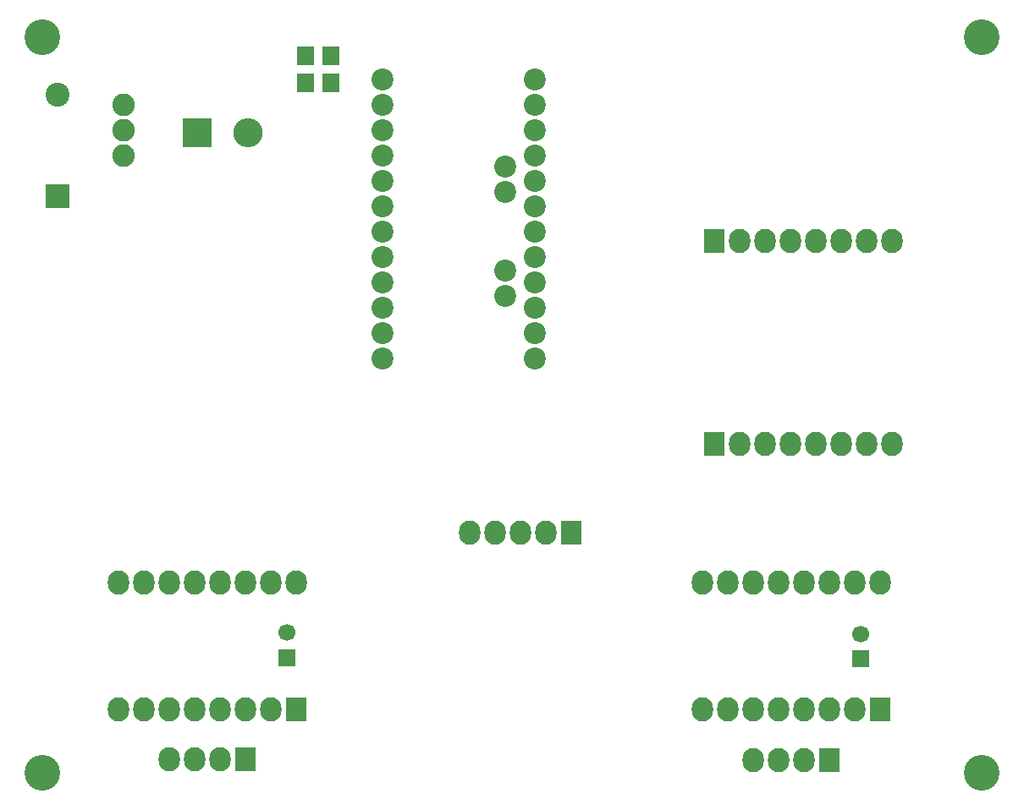
<source format=gts>
G04 #@! TF.FileFunction,Soldermask,Top*
%FSLAX46Y46*%
G04 Gerber Fmt 4.6, Leading zero omitted, Abs format (unit mm)*
G04 Created by KiCad (PCBNEW 4.0.5) date Tuesday, September 05, 2017 'PMt' 07:35:30 PM*
%MOMM*%
%LPD*%
G01*
G04 APERTURE LIST*
%ADD10C,0.100000*%
%ADD11C,3.575000*%
%ADD12C,1.700000*%
%ADD13R,1.700000X1.700000*%
%ADD14C,2.398980*%
%ADD15R,2.398980X2.398980*%
%ADD16R,2.127200X2.432000*%
%ADD17O,2.127200X2.432000*%
%ADD18R,2.940000X2.940000*%
%ADD19O,2.940000X2.940000*%
%ADD20R,1.700000X1.900000*%
%ADD21C,2.254200*%
%ADD22C,2.200000*%
G04 APERTURE END LIST*
D10*
D11*
X109220000Y-116840000D03*
X203200000Y-116840000D03*
X203200000Y-43180000D03*
X109220000Y-43180000D03*
D12*
X191135000Y-102910000D03*
D13*
X191135000Y-105410000D03*
D12*
X133731000Y-102783000D03*
D13*
X133731000Y-105283000D03*
D14*
X110741460Y-48895000D03*
D15*
X110741460Y-59055000D03*
D16*
X129540000Y-115443000D03*
D17*
X127000000Y-115443000D03*
X124460000Y-115443000D03*
X121920000Y-115443000D03*
D16*
X187960000Y-115570000D03*
D17*
X185420000Y-115570000D03*
X182880000Y-115570000D03*
X180340000Y-115570000D03*
D18*
X124714000Y-52705000D03*
D19*
X129794000Y-52705000D03*
D20*
X135572500Y-45068500D03*
X135572500Y-47768500D03*
X138112500Y-47768500D03*
X138112500Y-45068500D03*
D21*
X117348000Y-54991000D03*
X117348000Y-49911000D03*
X117348000Y-52451000D03*
D16*
X176470000Y-63540000D03*
D17*
X179010000Y-63540000D03*
X181550000Y-63540000D03*
X184090000Y-63540000D03*
X186630000Y-63540000D03*
X189170000Y-63540000D03*
X191710000Y-63540000D03*
X194250000Y-63540000D03*
X116840000Y-110490000D03*
X119380000Y-110490000D03*
X121920000Y-110490000D03*
X124460000Y-110490000D03*
X127000000Y-110490000D03*
X129540000Y-110490000D03*
X132080000Y-110490000D03*
D16*
X134620000Y-110490000D03*
D17*
X134620000Y-97790000D03*
X132080000Y-97790000D03*
X129540000Y-97790000D03*
X127000000Y-97790000D03*
X124460000Y-97790000D03*
X121920000Y-97790000D03*
X119380000Y-97790000D03*
X116840000Y-97790000D03*
X175260000Y-110490000D03*
X177800000Y-110490000D03*
X180340000Y-110490000D03*
X182880000Y-110490000D03*
X185420000Y-110490000D03*
X187960000Y-110490000D03*
X190500000Y-110490000D03*
D16*
X193040000Y-110490000D03*
D17*
X193040000Y-97790000D03*
X190500000Y-97790000D03*
X187960000Y-97790000D03*
X185420000Y-97790000D03*
X182880000Y-97790000D03*
X180340000Y-97790000D03*
X177800000Y-97790000D03*
X175260000Y-97790000D03*
D22*
X155575000Y-66548000D03*
X155575000Y-69088000D03*
X155575000Y-58674000D03*
X155575000Y-56134000D03*
X158496000Y-75311000D03*
X158496000Y-72771000D03*
X158496000Y-67691000D03*
X158496000Y-70231000D03*
X158496000Y-60071000D03*
X158496000Y-57531000D03*
X158496000Y-62611000D03*
X158496000Y-65151000D03*
X158496000Y-54991000D03*
X158496000Y-52451000D03*
X158496000Y-47371000D03*
X158496000Y-49911000D03*
X143256000Y-49911000D03*
X143256000Y-47371000D03*
X143256000Y-52451000D03*
X143256000Y-54991000D03*
X143256000Y-65151000D03*
X143256000Y-62611000D03*
X143256000Y-57531000D03*
X143256000Y-60071000D03*
X143256000Y-70231000D03*
X143256000Y-67691000D03*
X143256000Y-72771000D03*
X143256000Y-75311000D03*
D16*
X162122000Y-92790000D03*
D17*
X159582000Y-92790000D03*
X157042000Y-92790000D03*
X154502000Y-92790000D03*
X151962000Y-92790000D03*
D16*
X176470000Y-83870000D03*
D17*
X179010000Y-83870000D03*
X181550000Y-83870000D03*
X184090000Y-83870000D03*
X186630000Y-83870000D03*
X189170000Y-83870000D03*
X191710000Y-83870000D03*
X194250000Y-83870000D03*
M02*

</source>
